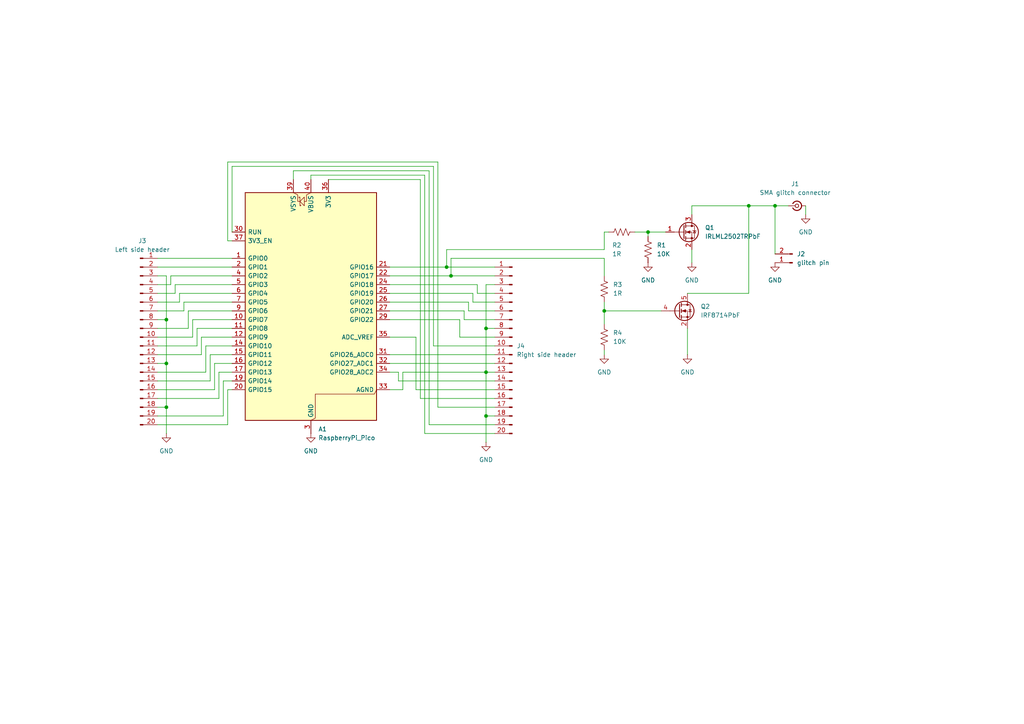
<source format=kicad_sch>
(kicad_sch (version 20250114) (generator "eeschema") (generator_version "9.0")
  (paper "A4")
  (lib_symbols
    (symbol "Connector:Conn_01x02_Pin" (pin_names (offset 1.016) (hide yes))
      (property "Reference" "J" (at 0 2.54 0))
      (property "Value" "Conn_01x02_Pin" (at 0 -5.08 0))
      (symbol "Conn_01x02_Pin_1_1"
        (rectangle (start 0.8636 0.127) (end 0 -0.127) (stroke (width 0.1524)) (fill (type outline)))
        (rectangle (start 0.8636 -2.413) (end 0 -2.667) (stroke (width 0.1524)) (fill (type outline)))
        (polyline (pts (xy 1.27 0) (xy 0.8636 0)) (stroke (width 0.1524)))
        (polyline (pts (xy 1.27 -2.54) (xy 0.8636 -2.54)) (stroke (width 0.1524)))
        (pin passive line (at 5.08 0 180) (length 3.81) (name "Pin_1") (number "1"))
        (pin passive line (at 5.08 -2.54 180) (length 3.81) (name "Pin_2") (number "2"))
      )
    )
    (symbol "Connector:Conn_01x20_Pin" (pin_names (offset 1.016) (hide yes))
      (property "Reference" "J" (at 0 25.4 0))
      (property "Value" "Conn_01x20_Pin" (at 0 -27.94 0))
      (symbol "Conn_01x20_Pin_1_1"
        (rectangle (start 0.8636 22.987) (end 0 22.733) (stroke (width 0.1524)) (fill (type outline)))
        (rectangle (start 0.8636 20.447) (end 0 20.193) (stroke (width 0.1524)) (fill (type outline)))
        (rectangle (start 0.8636 17.907) (end 0 17.653) (stroke (width 0.1524)) (fill (type outline)))
        (rectangle (start 0.8636 15.367) (end 0 15.113) (stroke (width 0.1524)) (fill (type outline)))
        (rectangle (start 0.8636 12.827) (end 0 12.573) (stroke (width 0.1524)) (fill (type outline)))
        (rectangle (start 0.8636 10.287) (end 0 10.033) (stroke (width 0.1524)) (fill (type outline)))
        (rectangle (start 0.8636 7.747) (end 0 7.493) (stroke (width 0.1524)) (fill (type outline)))
        (rectangle (start 0.8636 5.207) (end 0 4.953) (stroke (width 0.1524)) (fill (type outline)))
        (rectangle (start 0.8636 2.667) (end 0 2.413) (stroke (width 0.1524)) (fill (type outline)))
        (rectangle (start 0.8636 0.127) (end 0 -0.127) (stroke (width 0.1524)) (fill (type outline)))
        (rectangle (start 0.8636 -2.413) (end 0 -2.667) (stroke (width 0.1524)) (fill (type outline)))
        (rectangle (start 0.8636 -4.953) (end 0 -5.207) (stroke (width 0.1524)) (fill (type outline)))
        (rectangle (start 0.8636 -7.493) (end 0 -7.747) (stroke (width 0.1524)) (fill (type outline)))
        (rectangle (start 0.8636 -10.033) (end 0 -10.287) (stroke (width 0.1524)) (fill (type outline)))
        (rectangle (start 0.8636 -12.573) (end 0 -12.827) (stroke (width 0.1524)) (fill (type outline)))
        (rectangle (start 0.8636 -15.113) (end 0 -15.367) (stroke (width 0.1524)) (fill (type outline)))
        (rectangle (start 0.8636 -17.653) (end 0 -17.907) (stroke (width 0.1524)) (fill (type outline)))
        (rectangle (start 0.8636 -20.193) (end 0 -20.447) (stroke (width 0.1524)) (fill (type outline)))
        (rectangle (start 0.8636 -22.733) (end 0 -22.987) (stroke (width 0.1524)) (fill (type outline)))
        (rectangle (start 0.8636 -25.273) (end 0 -25.527) (stroke (width 0.1524)) (fill (type outline)))
        (polyline (pts (xy 1.27 22.86) (xy 0.8636 22.86)) (stroke (width 0.1524)))
        (polyline (pts (xy 1.27 20.32) (xy 0.8636 20.32)) (stroke (width 0.1524)))
        (polyline (pts (xy 1.27 17.78) (xy 0.8636 17.78)) (stroke (width 0.1524)))
        (polyline (pts (xy 1.27 15.24) (xy 0.8636 15.24)) (stroke (width 0.1524)))
        (polyline (pts (xy 1.27 12.7) (xy 0.8636 12.7)) (stroke (width 0.1524)))
        (polyline (pts (xy 1.27 10.16) (xy 0.8636 10.16)) (stroke (width 0.1524)))
        (polyline (pts (xy 1.27 7.62) (xy 0.8636 7.62)) (stroke (width 0.1524)))
        (polyline (pts (xy 1.27 5.08) (xy 0.8636 5.08)) (stroke (width 0.1524)))
        (polyline (pts (xy 1.27 2.54) (xy 0.8636 2.54)) (stroke (width 0.1524)))
        (polyline (pts (xy 1.27 0) (xy 0.8636 0)) (stroke (width 0.1524)))
        (polyline (pts (xy 1.27 -2.54) (xy 0.8636 -2.54)) (stroke (width 0.1524)))
        (polyline (pts (xy 1.27 -5.08) (xy 0.8636 -5.08)) (stroke (width 0.1524)))
        (polyline (pts (xy 1.27 -7.62) (xy 0.8636 -7.62)) (stroke (width 0.1524)))
        (polyline (pts (xy 1.27 -10.16) (xy 0.8636 -10.16)) (stroke (width 0.1524)))
        (polyline (pts (xy 1.27 -12.7) (xy 0.8636 -12.7)) (stroke (width 0.1524)))
        (polyline (pts (xy 1.27 -15.24) (xy 0.8636 -15.24)) (stroke (width 0.1524)))
        (polyline (pts (xy 1.27 -17.78) (xy 0.8636 -17.78)) (stroke (width 0.1524)))
        (polyline (pts (xy 1.27 -20.32) (xy 0.8636 -20.32)) (stroke (width 0.1524)))
        (polyline (pts (xy 1.27 -22.86) (xy 0.8636 -22.86)) (stroke (width 0.1524)))
        (polyline (pts (xy 1.27 -25.4) (xy 0.8636 -25.4)) (stroke (width 0.1524)))
        (pin passive line (at 5.08 22.86 180) (length 3.81) (name "Pin_1") (number "1"))
        (pin passive line (at 5.08 20.32 180) (length 3.81) (name "Pin_2") (number "2"))
        (pin passive line (at 5.08 17.78 180) (length 3.81) (name "Pin_3") (number "3"))
        (pin passive line (at 5.08 15.24 180) (length 3.81) (name "Pin_4") (number "4"))
        (pin passive line (at 5.08 12.7 180) (length 3.81) (name "Pin_5") (number "5"))
        (pin passive line (at 5.08 10.16 180) (length 3.81) (name "Pin_6") (number "6"))
        (pin passive line (at 5.08 7.62 180) (length 3.81) (name "Pin_7") (number "7"))
        (pin passive line (at 5.08 5.08 180) (length 3.81) (name "Pin_8") (number "8"))
        (pin passive line (at 5.08 2.54 180) (length 3.81) (name "Pin_9") (number "9"))
        (pin passive line (at 5.08 0 180) (length 3.81) (name "Pin_10") (number "10"))
        (pin passive line (at 5.08 -2.54 180) (length 3.81) (name "Pin_11") (number "11"))
        (pin passive line (at 5.08 -5.08 180) (length 3.81) (name "Pin_12") (number "12"))
        (pin passive line (at 5.08 -7.62 180) (length 3.81) (name "Pin_13") (number "13"))
        (pin passive line (at 5.08 -10.16 180) (length 3.81) (name "Pin_14") (number "14"))
        (pin passive line (at 5.08 -12.7 180) (length 3.81) (name "Pin_15") (number "15"))
        (pin passive line (at 5.08 -15.24 180) (length 3.81) (name "Pin_16") (number "16"))
        (pin passive line (at 5.08 -17.78 180) (length 3.81) (name "Pin_17") (number "17"))
        (pin passive line (at 5.08 -20.32 180) (length 3.81) (name "Pin_18") (number "18"))
        (pin passive line (at 5.08 -22.86 180) (length 3.81) (name "Pin_19") (number "19"))
        (pin passive line (at 5.08 -25.4 180) (length 3.81) (name "Pin_20") (number "20"))
      )
    )
    (symbol "Connector:Conn_Coaxial_Small" (pin_numbers (hide yes)) (pin_names (offset 1.016) (hide yes))
      (property "Reference" "J" (at 0.254 3.048 0))
      (property "Value" "Conn_Coaxial_Small" (at 0 -3.81 0))
      (symbol "Conn_Coaxial_Small_0_1"
        (polyline (pts (xy -2.54 0) (xy -0.508 0)))
        (circle (center 0 0) (radius 0.508) (stroke (width 0.2032)))
      )
      (symbol "Conn_Coaxial_Small_1_1"
        (arc (start 1.3484 0.0039) (mid 0.327 -1.308) (end -1.1916 -0.6311) (stroke (width 0.3048)))
        (arc (start -1.1916 0.6311) (mid 0.327 1.3081) (end 1.3484 -0.0039) (stroke (width 0.3048)))
        (pin passive line (at -2.54 0 0) (length 1.27) (name "In") (number "1"))
        (pin passive line (at 2.54 0 180) (length 1.27) (name "Ext") (number "2"))
      )
    )
    (symbol "Device:R_US" (pin_numbers (hide yes)) (pin_names (offset 0))
      (property "Reference" "R" (at 2.54 0 90))
      (property "Value" "R_US" (at -2.54 0 90))
      (symbol "R_US_0_1"
        (polyline (pts (xy 0 2.286) (xy 0 2.54)))
        (polyline (pts (xy 0 2.286) (xy 1.016 1.905) (xy 0 1.524) (xy -1.016 1.143) (xy 0 0.762)))
        (polyline (pts (xy 0 0.762) (xy 1.016 0.381) (xy 0 0) (xy -1.016 -0.381) (xy 0 -0.762)))
        (polyline (pts (xy 0 -0.762) (xy 1.016 -1.143) (xy 0 -1.524) (xy -1.016 -1.905) (xy 0 -2.286)))
        (polyline (pts (xy 0 -2.286) (xy 0 -2.54)))
      )
      (symbol "R_US_1_1"
        (pin passive line (at 0 3.81 270) (length 1.27) (name "~") (number "1"))
        (pin passive line (at 0 -3.81 90) (length 1.27) (name "~") (number "2"))
      )
    )
    (symbol "MCU_Module:RaspberryPi_Pico" (pin_names (offset 0.762))
      (property "Reference" "A" (at -19.05 35.56 0))
      (property "Value" "RaspberryPi_Pico" (at 7.62 35.56 0))
      (symbol "RaspberryPi_Pico_0_1"
        (rectangle (start -19.05 34.29) (end 19.05 -31.75) (stroke (width 0.254)) (fill (type background)))
        (polyline (pts (xy -5.08 34.29) (xy -3.81 33.655) (xy -3.81 31.75) (xy -3.175 31.75)))
        (polyline (pts (xy -3.429 32.766) (xy -3.429 33.02) (xy -3.175 33.02) (xy -3.175 30.48) (xy -2.921 30.48) (xy -2.921 30.734)))
        (polyline (pts (xy -3.175 31.75) (xy -1.905 33.02) (xy -1.905 30.48) (xy -3.175 31.75)))
        (polyline (pts (xy 0 34.29) (xy -1.27 33.655) (xy -1.27 31.75) (xy -1.905 31.75)))
        (polyline (pts (xy 0 -31.75) (xy 1.27 -31.115) (xy 1.27 -24.13) (xy 18.415 -24.13) (xy 19.05 -22.86)))
      )
      (symbol "RaspberryPi_Pico_1_1"
        (pin passive line (at -22.86 22.86 0) (length 3.81) (name "RUN") (number "30"))
        (pin passive line (at -22.86 20.32 0) (length 3.81) (name "3V3_EN") (number "37"))
        (pin bidirectional line (at -22.86 15.24 0) (length 3.81) (name "GPIO0") (number "1"))
        (pin bidirectional line (at -22.86 12.7 0) (length 3.81) (name "GPIO1") (number "2"))
        (pin bidirectional line (at -22.86 10.16 0) (length 3.81) (name "GPIO2") (number "4"))
        (pin bidirectional line (at -22.86 7.62 0) (length 3.81) (name "GPIO3") (number "5"))
        (pin bidirectional line (at -22.86 5.08 0) (length 3.81) (name "GPIO4") (number "6"))
        (pin bidirectional line (at -22.86 2.54 0) (length 3.81) (name "GPIO5") (number "7"))
        (pin bidirectional line (at -22.86 0 0) (length 3.81) (name "GPIO6") (number "9"))
        (pin bidirectional line (at -22.86 -2.54 0) (length 3.81) (name "GPIO7") (number "10"))
        (pin bidirectional line (at -22.86 -5.08 0) (length 3.81) (name "GPIO8") (number "11"))
        (pin bidirectional line (at -22.86 -7.62 0) (length 3.81) (name "GPIO9") (number "12"))
        (pin bidirectional line (at -22.86 -10.16 0) (length 3.81) (name "GPIO10") (number "14"))
        (pin bidirectional line (at -22.86 -12.7 0) (length 3.81) (name "GPIO11") (number "15"))
        (pin bidirectional line (at -22.86 -15.24 0) (length 3.81) (name "GPIO12") (number "16"))
        (pin bidirectional line (at -22.86 -17.78 0) (length 3.81) (name "GPIO13") (number "17"))
        (pin bidirectional line (at -22.86 -20.32 0) (length 3.81) (name "GPIO14") (number "19"))
        (pin bidirectional line (at -22.86 -22.86 0) (length 3.81) (name "GPIO15") (number "20"))
        (pin power_in line (at -5.08 38.1 270) (length 3.81) (name "VSYS") (number "39"))
        (pin power_out line (at 0 38.1 270) (length 3.81) (name "VBUS") (number "40"))
        (pin passive line (at 0 -35.56 90) (length 3.81) (hide yes) (name "GND") (number "13"))
        (pin passive line (at 0 -35.56 90) (length 3.81) (hide yes) (name "GND") (number "18"))
        (pin passive line (at 0 -35.56 90) (length 3.81) (hide yes) (name "GND") (number "23"))
        (pin passive line (at 0 -35.56 90) (length 3.81) (hide yes) (name "GND") (number "28"))
        (pin power_out line (at 0 -35.56 90) (length 3.81) (name "GND") (number "3"))
        (pin passive line (at 0 -35.56 90) (length 3.81) (hide yes) (name "GND") (number "38"))
        (pin passive line (at 0 -35.56 90) (length 3.81) (hide yes) (name "GND") (number "8"))
        (pin power_out line (at 5.08 38.1 270) (length 3.81) (name "3V3") (number "36"))
        (pin bidirectional line (at 22.86 12.7 180) (length 3.81) (name "GPIO16") (number "21"))
        (pin bidirectional line (at 22.86 10.16 180) (length 3.81) (name "GPIO17") (number "22"))
        (pin bidirectional line (at 22.86 7.62 180) (length 3.81) (name "GPIO18") (number "24"))
        (pin bidirectional line (at 22.86 5.08 180) (length 3.81) (name "GPIO19") (number "25"))
        (pin bidirectional line (at 22.86 2.54 180) (length 3.81) (name "GPIO20") (number "26"))
        (pin bidirectional line (at 22.86 0 180) (length 3.81) (name "GPIO21") (number "27"))
        (pin bidirectional line (at 22.86 -2.54 180) (length 3.81) (name "GPIO22") (number "29"))
        (pin power_in line (at 22.86 -7.62 180) (length 3.81) (name "ADC_VREF") (number "35"))
        (pin bidirectional line (at 22.86 -12.7 180) (length 3.81) (name "GPIO26_ADC0") (number "31"))
        (pin bidirectional line (at 22.86 -15.24 180) (length 3.81) (name "GPIO27_ADC1") (number "32"))
        (pin bidirectional line (at 22.86 -17.78 180) (length 3.81) (name "GPIO28_ADC2") (number "34"))
        (pin power_out line (at 22.86 -22.86 180) (length 3.81) (name "AGND") (number "33"))
      )
    )
    (symbol "New_Library:IRF8707TRPbF" (pin_names (offset 0) (hide yes))
      (property "Reference" "Q" (at 5.08 1.905 0))
      (property "Value" "IRF8707TRPbF" (at 5.08 0 0))
      (symbol "IRF8707TRPbF_0_1"
        (polyline (pts (xy 0.254 1.905) (xy 0.254 -1.905)) (stroke (width 0.254)))
        (polyline (pts (xy 0.254 0) (xy -2.54 0)))
        (polyline (pts (xy 0.762 2.286) (xy 0.762 1.27)) (stroke (width 0.254)))
        (polyline (pts (xy 0.762 0.508) (xy 0.762 -0.508)) (stroke (width 0.254)))
        (polyline (pts (xy 0.762 -1.27) (xy 0.762 -2.286)) (stroke (width 0.254)))
        (polyline (pts (xy 0.762 -1.778) (xy 3.302 -1.778) (xy 3.302 1.778) (xy 0.762 1.778)))
        (polyline (pts (xy 1.016 0) (xy 2.032 0.381) (xy 2.032 -0.381) (xy 1.016 0)) (fill (type outline)))
        (circle (center 1.651 0) (radius 2.794) (stroke (width 0.254)))
        (polyline (pts (xy 2.54 2.54) (xy 2.54 1.778)))
        (circle (center 2.54 1.778) (radius 0.254) (fill (type outline)))
        (circle (center 2.54 -1.778) (radius 0.254) (fill (type outline)))
        (polyline (pts (xy 2.54 -2.54) (xy 2.54 0) (xy 0.762 0)))
        (polyline (pts (xy 2.921 0.381) (xy 3.683 0.381)))
        (polyline (pts (xy 3.302 0.381) (xy 2.921 -0.254) (xy 3.683 -0.254) (xy 3.302 0.381)))
      )
      (symbol "IRF8707TRPbF_1_1"
        (pin input line (at -5.08 0 0) (length 2.54) (name "G") (number "4"))
        (pin passive line (at 2.54 5.08 270) (length 2.54) (name "D") (number "5"))
        (pin passive line (at 2.54 5.08 270) (length 2.54) (hide yes) (name "D") (number "6"))
        (pin passive line (at 2.54 5.08 270) (length 2.54) (hide yes) (name "D") (number "7"))
        (pin passive line (at 2.54 5.08 270) (length 2.54) (hide yes) (name "D") (number "8"))
        (pin passive line (at 2.54 -5.08 90) (length 2.54) (hide yes) (name "S") (number "1"))
        (pin passive line (at 2.54 -5.08 90) (length 2.54) (name "S") (number "2"))
        (pin passive line (at 2.54 -5.08 90) (length 2.54) (hide yes) (name "S") (number "3"))
      )
    )
    (symbol "New_Library:IRLML2502" (pin_names (hide yes))
      (property "Reference" "Q" (at 5.08 1.905 0))
      (property "Value" "IRLML2502" (at 5.08 0 0))
      (symbol "IRLML2502_0_1"
        (polyline (pts (xy 0.254 1.905) (xy 0.254 -1.905)) (stroke (width 0.254)))
        (polyline (pts (xy 0.254 0) (xy -2.54 0)))
        (polyline (pts (xy 0.762 2.286) (xy 0.762 1.27)) (stroke (width 0.254)))
        (polyline (pts (xy 0.762 0.508) (xy 0.762 -0.508)) (stroke (width 0.254)))
        (polyline (pts (xy 0.762 -1.27) (xy 0.762 -2.286)) (stroke (width 0.254)))
        (polyline (pts (xy 0.762 -1.778) (xy 3.302 -1.778) (xy 3.302 1.778) (xy 0.762 1.778)))
        (polyline (pts (xy 1.016 0) (xy 2.032 0.381) (xy 2.032 -0.381) (xy 1.016 0)) (fill (type outline)))
        (circle (center 1.651 0) (radius 2.794) (stroke (width 0.254)))
        (polyline (pts (xy 2.54 2.54) (xy 2.54 1.778)))
        (circle (center 2.54 1.778) (radius 0.254) (fill (type outline)))
        (circle (center 2.54 -1.778) (radius 0.254) (fill (type outline)))
        (polyline (pts (xy 2.54 -2.54) (xy 2.54 0) (xy 0.762 0)))
        (polyline (pts (xy 2.794 0.508) (xy 2.921 0.381) (xy 3.683 0.381) (xy 3.81 0.254)))
        (polyline (pts (xy 3.302 0.381) (xy 2.921 -0.254) (xy 3.683 -0.254) (xy 3.302 0.381)))
      )
      (symbol "IRLML2502_1_1"
        (pin input line (at -5.08 0 0) (length 2.54) (name "G") (number "1"))
        (pin passive line (at 2.54 5.08 270) (length 2.54) (name "D") (number "3"))
        (pin passive line (at 2.54 -5.08 90) (length 2.54) (name "S") (number "2"))
      )
    )
    (symbol "power:GND" (power) (pin_numbers (hide yes)) (pin_names (offset 0) (hide yes))
      (property "Value" "GND" (at 0 -3.81 0))
      (symbol "GND_0_1"
        (polyline (pts (xy 0 0) (xy 0 -1.27) (xy 1.27 -1.27) (xy 0 -2.54) (xy -1.27 -1.27) (xy 0 -1.27)))
      )
      (symbol "GND_1_1"
        (pin power_in line (at 0 0 270) (length 0) (name "~") (number "1"))
      )
    )
  )
  (junction (at 48.26 92.71))
  (junction (at 217.17 59.69))
  (junction (at 224.79 59.69))
  (junction (at 129.54 77.47))
  (junction (at 140.97 120.65))
  (junction (at 175.26 90.17))
  (junction (at 130.81 80.01))
  (junction (at 48.26 105.41))
  (junction (at 187.96 67.31))
  (junction (at 140.97 95.25))
  (junction (at 140.97 107.95))
  (junction (at 48.26 118.11))
  (wire (pts (xy 59.69 107.95) (xy 59.69 100.33)))
  (wire (pts (xy 121.92 115.57) (xy 143.51 115.57)))
  (wire (pts (xy 116.84 107.95) (xy 140.97 107.95)))
  (wire (pts (xy 67.31 87.63) (xy 53.34 87.63)))
  (wire (pts (xy 125.73 48.26) (xy 125.73 100.33)))
  (wire (pts (xy 45.72 95.25) (xy 54.61 95.25)))
  (wire (pts (xy 140.97 107.95) (xy 143.51 107.95)))
  (wire (pts (xy 67.31 69.85) (xy 66.04 69.85)))
  (wire (pts (xy 113.03 77.47) (xy 129.54 77.47)))
  (wire (pts (xy 138.43 85.09) (xy 143.51 85.09)))
  (wire (pts (xy 90.17 50.8) (xy 123.19 50.8)))
  (wire (pts (xy 217.17 59.69) (xy 217.17 85.09)))
  (wire (pts (xy 200.66 72.39) (xy 200.66 76.2)))
  (wire (pts (xy 66.04 123.19) (xy 66.04 113.03)))
  (wire (pts (xy 62.23 105.41) (xy 67.31 105.41)))
  (wire (pts (xy 175.26 101.6) (xy 175.26 102.87)))
  (wire (pts (xy 125.73 100.33) (xy 143.51 100.33)))
  (wire (pts (xy 53.34 90.17) (xy 45.72 90.17)))
  (wire (pts (xy 113.03 87.63) (xy 135.89 87.63)))
  (wire (pts (xy 45.72 115.57) (xy 63.5 115.57)))
  (wire (pts (xy 45.72 123.19) (xy 66.04 123.19)))
  (wire (pts (xy 95.25 52.07) (xy 121.92 52.07)))
  (wire (pts (xy 113.03 85.09) (xy 137.16 85.09)))
  (wire (pts (xy 53.34 87.63) (xy 53.34 90.17)))
  (wire (pts (xy 124.46 123.19) (xy 143.51 123.19)))
  (wire (pts (xy 64.77 110.49) (xy 67.31 110.49)))
  (wire (pts (xy 113.03 102.87) (xy 143.51 102.87)))
  (wire (pts (xy 48.26 105.41) (xy 48.26 118.11)))
  (wire (pts (xy 113.03 105.41) (xy 143.51 105.41)))
  (wire (pts (xy 54.61 95.25) (xy 54.61 90.17)))
  (wire (pts (xy 175.26 74.93) (xy 175.26 80.01)))
  (wire (pts (xy 45.72 120.65) (xy 64.77 120.65)))
  (wire (pts (xy 63.5 107.95) (xy 67.31 107.95)))
  (wire (pts (xy 184.15 67.31) (xy 187.96 67.31)))
  (wire (pts (xy 113.03 113.03) (xy 116.84 113.03)))
  (wire (pts (xy 143.51 82.55) (xy 140.97 82.55)))
  (wire (pts (xy 48.26 92.71) (xy 45.72 92.71)))
  (wire (pts (xy 129.54 77.47) (xy 129.54 72.39)))
  (wire (pts (xy 64.77 120.65) (xy 64.77 110.49)))
  (wire (pts (xy 130.81 80.01) (xy 143.51 80.01)))
  (wire (pts (xy 121.92 52.07) (xy 121.92 115.57)))
  (wire (pts (xy 134.62 90.17) (xy 134.62 92.71)))
  (wire (pts (xy 45.72 74.93) (xy 67.31 74.93)))
  (wire (pts (xy 85.09 49.53) (xy 124.46 49.53)))
  (wire (pts (xy 113.03 90.17) (xy 134.62 90.17)))
  (wire (pts (xy 60.96 102.87) (xy 67.31 102.87)))
  (wire (pts (xy 113.03 107.95) (xy 115.57 107.95)))
  (wire (pts (xy 134.62 92.71) (xy 143.51 92.71)))
  (wire (pts (xy 67.31 67.31) (xy 67.31 48.26)))
  (wire (pts (xy 135.89 87.63) (xy 135.89 90.17)))
  (wire (pts (xy 120.65 97.79) (xy 120.65 113.03)))
  (wire (pts (xy 45.72 87.63) (xy 52.07 87.63)))
  (wire (pts (xy 57.15 100.33) (xy 57.15 95.25)))
  (wire (pts (xy 63.5 115.57) (xy 63.5 107.95)))
  (wire (pts (xy 138.43 82.55) (xy 138.43 85.09)))
  (wire (pts (xy 200.66 59.69) (xy 217.17 59.69)))
  (wire (pts (xy 123.19 50.8) (xy 123.19 125.73)))
  (wire (pts (xy 57.15 95.25) (xy 67.31 95.25)))
  (wire (pts (xy 199.39 102.87) (xy 199.39 95.25)))
  (wire (pts (xy 45.72 77.47) (xy 67.31 77.47)))
  (wire (pts (xy 175.26 67.31) (xy 175.26 72.39)))
  (wire (pts (xy 66.04 46.99) (xy 127 46.99)))
  (wire (pts (xy 140.97 120.65) (xy 140.97 128.27)))
  (wire (pts (xy 45.72 105.41) (xy 48.26 105.41)))
  (wire (pts (xy 49.53 82.55) (xy 49.53 80.01)))
  (wire (pts (xy 45.72 107.95) (xy 59.69 107.95)))
  (wire (pts (xy 45.72 82.55) (xy 49.53 82.55)))
  (wire (pts (xy 140.97 95.25) (xy 143.51 95.25)))
  (wire (pts (xy 90.17 52.07) (xy 90.17 50.8)))
  (wire (pts (xy 175.26 67.31) (xy 176.53 67.31)))
  (wire (pts (xy 130.81 74.93) (xy 175.26 74.93)))
  (wire (pts (xy 67.31 48.26) (xy 125.73 48.26)))
  (wire (pts (xy 85.09 52.07) (xy 85.09 49.53)))
  (wire (pts (xy 115.57 110.49) (xy 143.51 110.49)))
  (wire (pts (xy 113.03 80.01) (xy 130.81 80.01)))
  (wire (pts (xy 224.79 59.69) (xy 228.6 59.69)))
  (wire (pts (xy 123.19 125.73) (xy 143.51 125.73)))
  (wire (pts (xy 50.8 82.55) (xy 50.8 85.09)))
  (wire (pts (xy 60.96 110.49) (xy 60.96 102.87)))
  (wire (pts (xy 50.8 85.09) (xy 45.72 85.09)))
  (wire (pts (xy 54.61 90.17) (xy 67.31 90.17)))
  (wire (pts (xy 45.72 118.11) (xy 48.26 118.11)))
  (wire (pts (xy 48.26 118.11) (xy 48.26 125.73)))
  (wire (pts (xy 187.96 67.31) (xy 187.96 68.58)))
  (wire (pts (xy 115.57 107.95) (xy 115.57 110.49)))
  (wire (pts (xy 140.97 95.25) (xy 140.97 107.95)))
  (wire (pts (xy 124.46 49.53) (xy 124.46 123.19)))
  (wire (pts (xy 127 46.99) (xy 127 118.11)))
  (wire (pts (xy 120.65 113.03) (xy 143.51 113.03)))
  (wire (pts (xy 137.16 87.63) (xy 143.51 87.63)))
  (wire (pts (xy 66.04 69.85) (xy 66.04 46.99)))
  (wire (pts (xy 116.84 113.03) (xy 116.84 107.95)))
  (wire (pts (xy 58.42 97.79) (xy 58.42 102.87)))
  (wire (pts (xy 45.72 113.03) (xy 62.23 113.03)))
  (wire (pts (xy 133.35 92.71) (xy 133.35 97.79)))
  (wire (pts (xy 59.69 100.33) (xy 67.31 100.33)))
  (wire (pts (xy 52.07 85.09) (xy 67.31 85.09)))
  (wire (pts (xy 199.39 85.09) (xy 217.17 85.09)))
  (wire (pts (xy 127 118.11) (xy 143.51 118.11)))
  (wire (pts (xy 48.26 92.71) (xy 48.26 80.01)))
  (wire (pts (xy 113.03 97.79) (xy 120.65 97.79)))
  (wire (pts (xy 175.26 90.17) (xy 191.77 90.17)))
  (wire (pts (xy 113.03 92.71) (xy 133.35 92.71)))
  (wire (pts (xy 67.31 92.71) (xy 55.88 92.71)))
  (wire (pts (xy 233.68 59.69) (xy 233.68 62.23)))
  (wire (pts (xy 137.16 85.09) (xy 137.16 87.63)))
  (wire (pts (xy 140.97 82.55) (xy 140.97 95.25)))
  (wire (pts (xy 187.96 67.31) (xy 193.04 67.31)))
  (wire (pts (xy 45.72 110.49) (xy 60.96 110.49)))
  (wire (pts (xy 140.97 120.65) (xy 143.51 120.65)))
  (wire (pts (xy 175.26 90.17) (xy 175.26 87.63)))
  (wire (pts (xy 62.23 113.03) (xy 62.23 105.41)))
  (wire (pts (xy 52.07 87.63) (xy 52.07 85.09)))
  (wire (pts (xy 113.03 82.55) (xy 138.43 82.55)))
  (wire (pts (xy 133.35 97.79) (xy 143.51 97.79)))
  (wire (pts (xy 66.04 113.03) (xy 67.31 113.03)))
  (wire (pts (xy 48.26 80.01) (xy 45.72 80.01)))
  (wire (pts (xy 48.26 105.41) (xy 48.26 92.71)))
  (wire (pts (xy 224.79 59.69) (xy 224.79 73.66)))
  (wire (pts (xy 45.72 102.87) (xy 58.42 102.87)))
  (wire (pts (xy 45.72 100.33) (xy 57.15 100.33)))
  (wire (pts (xy 49.53 80.01) (xy 67.31 80.01)))
  (wire (pts (xy 140.97 107.95) (xy 140.97 120.65)))
  (wire (pts (xy 217.17 59.69) (xy 224.79 59.69)))
  (wire (pts (xy 55.88 92.71) (xy 55.88 97.79)))
  (wire (pts (xy 55.88 97.79) (xy 45.72 97.79)))
  (wire (pts (xy 67.31 82.55) (xy 50.8 82.55)))
  (wire (pts (xy 200.66 62.23) (xy 200.66 59.69)))
  (wire (pts (xy 67.31 97.79) (xy 58.42 97.79)))
  (wire (pts (xy 129.54 77.47) (xy 143.51 77.47)))
  (wire (pts (xy 175.26 90.17) (xy 175.26 93.98)))
  (wire (pts (xy 130.81 80.01) (xy 130.81 74.93)))
  (wire (pts (xy 129.54 72.39) (xy 175.26 72.39)))
  (wire (pts (xy 135.89 90.17) (xy 143.51 90.17)))
  (symbol (lib_id "power:GND") (at 175.26 102.87 0) (unit 1)
    (property "Reference" "#PWR04" (effects (hide yes)))
    (property "Value" "GND" (at 175.26 107.95 0))
    (property "Description" "Power symbol creates a global label with name \"GND\" , ground" (effects (hide yes)))
  )
  (symbol (lib_id "power:GND") (at 90.17 125.73 0) (unit 1)
    (property "Reference" "#PWR08" (effects (hide yes)))
    (property "Value" "GND" (at 90.17 130.81 0))
    (property "Description" "Power symbol creates a global label with name \"GND\" , ground" (effects (hide yes)))
  )
  (symbol (lib_id "Connector:Conn_01x20_Pin") (at 40.64 97.79 0) (unit 1)
    (property "Reference" "J3" (at 41.275 69.85 0))
    (property "Value" "Left side header" (at 41.275 72.39 0))
    (property "Footprint" "Connector_PinHeader_2.54mm:PinHeader_1x20_P2.54mm_Vertical" (effects (hide yes)))
    (property "Description" "Generic connector, single row, 01x20, script generated" (effects (hide yes)))
  )
  (symbol (lib_id "Device:R_US") (at 175.26 97.79 0) (unit 1)
    (property "Reference" "R4" (at 177.8 96.5199 0) (effects (justify left)))
    (property "Value" "10K" (at 177.8 99.0599 0) (effects (justify left)))
    (property "Footprint" "Resistor_SMD:R_0805_2012Metric_Pad1.20x1.40mm_HandSolder" (effects (hide yes)))
    (property "Description" "Resistor, US symbol" (effects (hide yes)))
  )
  (symbol (lib_id "power:GND") (at 224.79 76.2 0) (unit 1)
    (property "Reference" "#PWR06" (effects (hide yes)))
    (property "Value" "GND" (at 224.79 81.28 0))
    (property "Description" "Power symbol creates a global label with name \"GND\" , ground" (effects (hide yes)))
  )
  (symbol (lib_id "Connector:Conn_Coaxial_Small") (at 231.14 59.69 0) (unit 1)
    (property "Reference" "J1" (at 230.6204 53.34 0))
    (property "Value" "SMA glitch connector" (at 230.6204 55.88 0))
    (property "Footprint" "Connector_Coaxial:SMA_Amphenol_132289_EdgeMount" (effects (hide yes)))
    (property "Description" "small coaxial connector (BNC, SMA, SMB, SMC, Cinch/RCA, LEMO, ...)" (effects (hide yes)))
  )
  (symbol (lib_id "Device:R_US") (at 175.26 83.82 0) (unit 1)
    (property "Reference" "R3" (at 177.8 82.5499 0) (effects (justify left)))
    (property "Value" "1R" (at 177.8 85.0899 0) (effects (justify left)))
    (property "Footprint" "Resistor_SMD:R_0805_2012Metric_Pad1.20x1.40mm_HandSolder" (effects (hide yes)))
    (property "Description" "Resistor, US symbol" (effects (hide yes)))
  )
  (symbol (lib_id "MCU_Module:RaspberryPi_Pico") (at 90.17 90.17 0) (unit 1)
    (property "Reference" "A1" (at 92.3133 124.46 0) (effects (justify left)))
    (property "Value" "RaspberryPi_Pico" (at 92.3133 127 0) (effects (justify left)))
    (property "Footprint" "Module:RaspberryPi_Pico_Common_Unspecified" (effects (hide yes)))
    (property "Datasheet" "https://datasheets.raspberrypi.com/pico/pico-datasheet.pdf" (effects (hide yes)))
    (property "Description" "Versatile and inexpensive microcontroller module powered by RP2040 dual-core Arm Cortex-M0+ processor up to 133 MHz, 264kB SRAM, 2MB QSPI flash; also supports Raspberry Pi Pico 2" (effects (hide yes)))
  )
  (symbol (lib_id "power:GND") (at 140.97 128.27 0) (unit 1)
    (property "Reference" "#PWR09" (effects (hide yes)))
    (property "Value" "GND" (at 140.97 133.35 0))
    (property "Description" "Power symbol creates a global label with name \"GND\" , ground" (effects (hide yes)))
  )
  (symbol (lib_id "power:GND") (at 187.96 76.2 0) (unit 1)
    (property "Reference" "#PWR02" (effects (hide yes)))
    (property "Value" "GND" (at 187.96 81.28 0))
    (property "Description" "Power symbol creates a global label with name \"GND\" , ground" (effects (hide yes)))
  )
  (symbol (lib_id "Connector:Conn_01x20_Pin") (at 148.59 100.33 0) (mirror y) (unit 1)
    (property "Reference" "J4" (at 149.86 100.3299 0) (effects (justify right)))
    (property "Value" "Right side header" (at 149.86 102.8699 0) (effects (justify right)))
    (property "Footprint" "Connector_PinHeader_2.54mm:PinHeader_1x20_P2.54mm_Vertical" (effects (hide yes)))
    (property "Description" "Generic connector, single row, 01x20, script generated" (effects (hide yes)))
  )
  (symbol (lib_id "power:GND") (at 199.39 102.87 0) (unit 1)
    (property "Reference" "#PWR03" (effects (hide yes)))
    (property "Value" "GND" (at 199.39 107.95 0))
    (property "Description" "Power symbol creates a global label with name \"GND\" , ground" (effects (hide yes)))
  )
  (symbol (lib_id "power:GND") (at 48.26 125.73 0) (unit 1)
    (property "Reference" "#PWR07" (effects (hide yes)))
    (property "Value" "GND" (at 48.26 130.81 0))
    (property "Description" "Power symbol creates a global label with name \"GND\" , ground" (effects (hide yes)))
  )
  (symbol (lib_id "New_Library:IRF8707TRPbF") (at 196.85 90.17 0) (unit 1)
    (property "Reference" "Q2" (at 203.2 88.8999 0) (effects (justify left)))
    (property "Value" "IRF8714PbF" (at 203.2 91.4399 0) (effects (justify left)))
    (property "Footprint" "Package_SO:SOIC-8_3.9x4.9mm_P1.27mm" (effects (hide yes)))
    (property "Description" "N-MOSFET transistor, gate/source/drain" (effects (hide yes)))
  )
  (symbol (lib_id "power:GND") (at 200.66 76.2 0) (unit 1)
    (property "Reference" "#PWR01" (effects (hide yes)))
    (property "Value" "GND" (at 200.66 81.28 0))
    (property "Description" "Power symbol creates a global label with name \"GND\" , ground" (effects (hide yes)))
  )
  (symbol (lib_id "New_Library:IRLML2502") (at 198.12 67.31 0) (unit 1)
    (property "Reference" "Q1" (at 204.47 66.0399 0) (effects (justify left)))
    (property "Value" "IRLML2502TRPbF" (at 204.47 68.5799 0) (effects (justify left)))
    (property "Footprint" "Package_TO_SOT_SMD:SOT-23" (effects (hide yes)))
    (property "Datasheet" "https://www.infineon.com/dgdl/irlml2060pbf.pdf?fileId=5546d462533600a401535664b7fb25ee" (effects (hide yes)))
    (property "Description" "4.2A Id, 20V Vds, 45mOhm Rds, N-Channel HEXFET Power MOSFET, SOT-23" (effects (hide yes)))
  )
  (symbol (lib_id "Connector:Conn_01x02_Pin") (at 229.87 76.2 180) (unit 1)
    (property "Reference" "J2" (at 231.14 73.6599 0) (effects (justify right)))
    (property "Value" "glitch pin" (at 231.14 76.1999 0) (effects (justify right)))
    (property "Footprint" "Connector_PinHeader_2.54mm:PinHeader_1x02_P2.54mm_Vertical" (effects (hide yes)))
    (property "Description" "Generic connector, single row, 01x02, script generated" (effects (hide yes)))
  )
  (symbol (lib_id "Device:R_US") (at 187.96 72.39 0) (unit 1)
    (property "Reference" "R1" (at 190.5 71.12 0) (effects (justify left)))
    (property "Value" "10K" (at 190.5 73.6599 0) (effects (justify left)))
    (property "Footprint" "Resistor_SMD:R_0805_2012Metric_Pad1.20x1.40mm_HandSolder" (effects (hide yes)))
    (property "Description" "Resistor, US symbol" (effects (hide yes)))
  )
  (symbol (lib_id "power:GND") (at 233.68 62.23 0) (unit 1)
    (property "Reference" "#PWR05" (effects (hide yes)))
    (property "Value" "GND" (at 233.68 67.31 0))
    (property "Description" "Power symbol creates a global label with name \"GND\" , ground" (effects (hide yes)))
  )
  (symbol (lib_id "Device:R_US") (at 180.34 67.31 90) (unit 1)
    (property "Reference" "R2" (at 177.546 71.12 90) (effects (justify right)))
    (property "Value" "1R" (at 177.546 73.66 90) (effects (justify right)))
    (property "Footprint" "Resistor_SMD:R_0805_2012Metric_Pad1.20x1.40mm_HandSolder" (effects (hide yes)))
    (property "Description" "Resistor, US symbol" (effects (hide yes)))
  )
)
</source>
